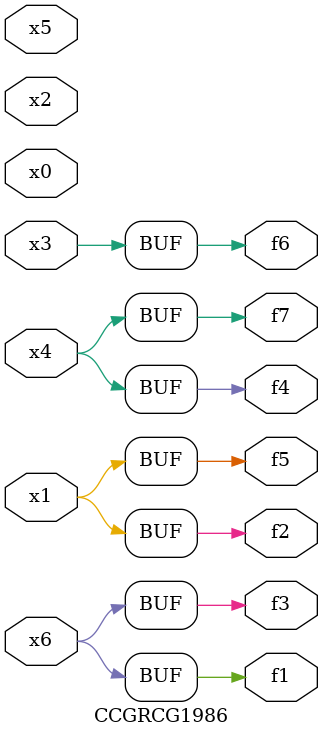
<source format=v>
module CCGRCG1986(
	input x0, x1, x2, x3, x4, x5, x6,
	output f1, f2, f3, f4, f5, f6, f7
);
	assign f1 = x6;
	assign f2 = x1;
	assign f3 = x6;
	assign f4 = x4;
	assign f5 = x1;
	assign f6 = x3;
	assign f7 = x4;
endmodule

</source>
